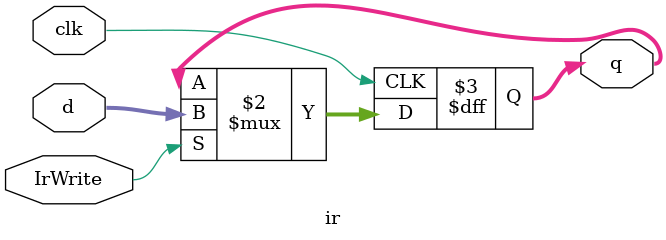
<source format=v>
module ir # (parameter WIDTH = 8)
               (input                    clk, IrWrite,
                input      [WIDTH - 1:0] d,
                output reg [WIDTH - 1:0] q);

    always @ (posedge clk)
        q <= IrWrite ? d : q;
endmodule
</source>
